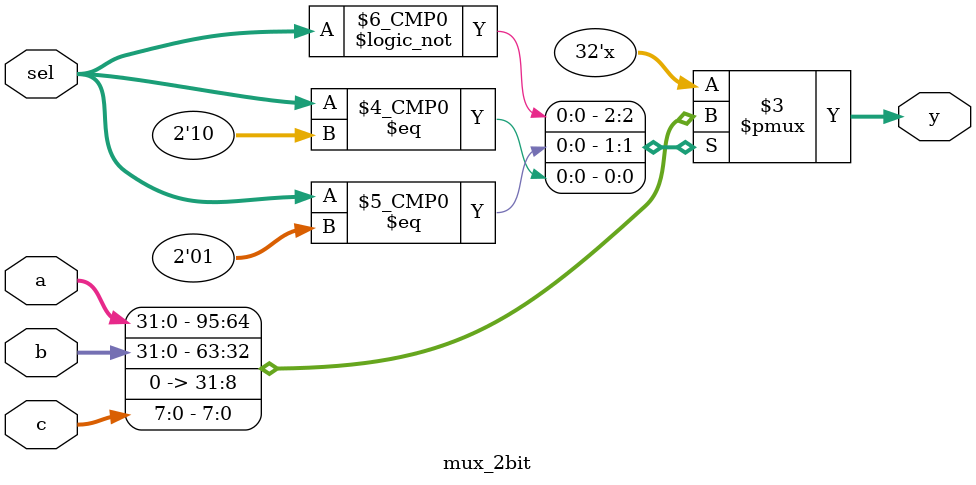
<source format=sv>
module mux_2bit  (
    input logic [1:0] sel, // 2-bit select input
    input logic [31:0] a,         // Input 0
    input logic [31:0] b,         // Input 1
    input logic [7:0] c,         // Input 2
    output logic [31:0] y         // Output
);

always_comb begin
    case (sel)
        2'b00: y = a;
        2'b01: y = b;
        2'b10: y = c;
        default: y = 32'bz; // Tri-state if sel is invalid
    endcase
end

endmodule

</source>
